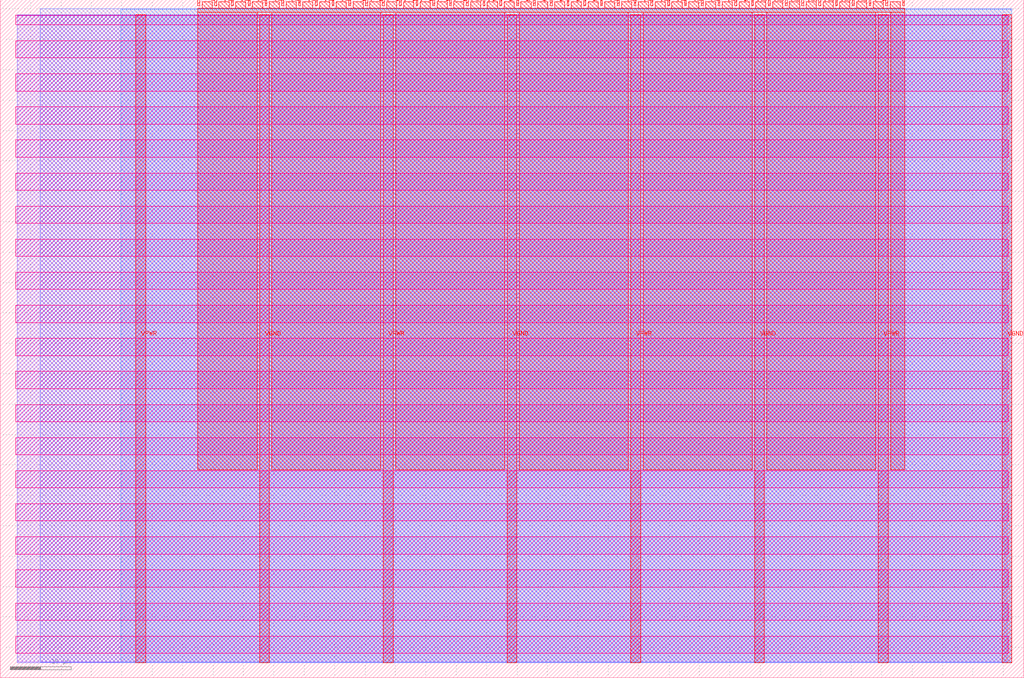
<source format=lef>
VERSION 5.7 ;
  NOWIREEXTENSIONATPIN ON ;
  DIVIDERCHAR "/" ;
  BUSBITCHARS "[]" ;
MACRO tt_um_mvm_dup
  CLASS BLOCK ;
  FOREIGN tt_um_mvm_dup ;
  ORIGIN 0.000 0.000 ;
  SIZE 168.360 BY 111.520 ;
  PIN VGND
    DIRECTION INOUT ;
    USE GROUND ;
    PORT
      LAYER met4 ;
        RECT 42.670 2.480 44.270 109.040 ;
    END
    PORT
      LAYER met4 ;
        RECT 83.380 2.480 84.980 109.040 ;
    END
    PORT
      LAYER met4 ;
        RECT 124.090 2.480 125.690 109.040 ;
    END
    PORT
      LAYER met4 ;
        RECT 164.800 2.480 166.400 109.040 ;
    END
  END VGND
  PIN VPWR
    DIRECTION INOUT ;
    USE POWER ;
    PORT
      LAYER met4 ;
        RECT 22.315 2.480 23.915 109.040 ;
    END
    PORT
      LAYER met4 ;
        RECT 63.025 2.480 64.625 109.040 ;
    END
    PORT
      LAYER met4 ;
        RECT 103.735 2.480 105.335 109.040 ;
    END
    PORT
      LAYER met4 ;
        RECT 144.445 2.480 146.045 109.040 ;
    END
  END VPWR
  PIN clk
    DIRECTION INPUT ;
    USE SIGNAL ;
    ANTENNAGATEAREA 0.852000 ;
    PORT
      LAYER met4 ;
        RECT 145.670 110.520 145.970 111.520 ;
    END
  END clk
  PIN ena
    DIRECTION INPUT ;
    USE SIGNAL ;
    ANTENNAGATEAREA 0.196500 ;
    PORT
      LAYER met4 ;
        RECT 148.430 110.520 148.730 111.520 ;
    END
  END ena
  PIN rst_n
    DIRECTION INPUT ;
    USE SIGNAL ;
    ANTENNAGATEAREA 0.196500 ;
    PORT
      LAYER met4 ;
        RECT 142.910 110.520 143.210 111.520 ;
    END
  END rst_n
  PIN ui_in[0]
    DIRECTION INPUT ;
    USE SIGNAL ;
    ANTENNAGATEAREA 0.159000 ;
    PORT
      LAYER met4 ;
        RECT 140.150 110.520 140.450 111.520 ;
    END
  END ui_in[0]
  PIN ui_in[1]
    DIRECTION INPUT ;
    USE SIGNAL ;
    ANTENNAGATEAREA 0.159000 ;
    PORT
      LAYER met4 ;
        RECT 137.390 110.520 137.690 111.520 ;
    END
  END ui_in[1]
  PIN ui_in[2]
    DIRECTION INPUT ;
    USE SIGNAL ;
    ANTENNAGATEAREA 0.159000 ;
    PORT
      LAYER met4 ;
        RECT 134.630 110.520 134.930 111.520 ;
    END
  END ui_in[2]
  PIN ui_in[3]
    DIRECTION INPUT ;
    USE SIGNAL ;
    ANTENNAGATEAREA 0.159000 ;
    PORT
      LAYER met4 ;
        RECT 131.870 110.520 132.170 111.520 ;
    END
  END ui_in[3]
  PIN ui_in[4]
    DIRECTION INPUT ;
    USE SIGNAL ;
    ANTENNAGATEAREA 0.159000 ;
    PORT
      LAYER met4 ;
        RECT 129.110 110.520 129.410 111.520 ;
    END
  END ui_in[4]
  PIN ui_in[5]
    DIRECTION INPUT ;
    USE SIGNAL ;
    ANTENNAGATEAREA 0.159000 ;
    PORT
      LAYER met4 ;
        RECT 126.350 110.520 126.650 111.520 ;
    END
  END ui_in[5]
  PIN ui_in[6]
    DIRECTION INPUT ;
    USE SIGNAL ;
    ANTENNAGATEAREA 0.159000 ;
    PORT
      LAYER met4 ;
        RECT 123.590 110.520 123.890 111.520 ;
    END
  END ui_in[6]
  PIN ui_in[7]
    DIRECTION INPUT ;
    USE SIGNAL ;
    ANTENNAGATEAREA 0.159000 ;
    PORT
      LAYER met4 ;
        RECT 120.830 110.520 121.130 111.520 ;
    END
  END ui_in[7]
  PIN uio_in[0]
    DIRECTION INPUT ;
    USE SIGNAL ;
    PORT
      LAYER met4 ;
        RECT 118.070 110.520 118.370 111.520 ;
    END
  END uio_in[0]
  PIN uio_in[1]
    DIRECTION INPUT ;
    USE SIGNAL ;
    PORT
      LAYER met4 ;
        RECT 115.310 110.520 115.610 111.520 ;
    END
  END uio_in[1]
  PIN uio_in[2]
    DIRECTION INPUT ;
    USE SIGNAL ;
    ANTENNAGATEAREA 0.196500 ;
    PORT
      LAYER met4 ;
        RECT 112.550 110.520 112.850 111.520 ;
    END
  END uio_in[2]
  PIN uio_in[3]
    DIRECTION INPUT ;
    USE SIGNAL ;
    ANTENNAGATEAREA 0.126000 ;
    PORT
      LAYER met4 ;
        RECT 109.790 110.520 110.090 111.520 ;
    END
  END uio_in[3]
  PIN uio_in[4]
    DIRECTION INPUT ;
    USE SIGNAL ;
    ANTENNAGATEAREA 0.159000 ;
    PORT
      LAYER met4 ;
        RECT 107.030 110.520 107.330 111.520 ;
    END
  END uio_in[4]
  PIN uio_in[5]
    DIRECTION INPUT ;
    USE SIGNAL ;
    ANTENNAGATEAREA 0.159000 ;
    PORT
      LAYER met4 ;
        RECT 104.270 110.520 104.570 111.520 ;
    END
  END uio_in[5]
  PIN uio_in[6]
    DIRECTION INPUT ;
    USE SIGNAL ;
    ANTENNAGATEAREA 0.159000 ;
    PORT
      LAYER met4 ;
        RECT 101.510 110.520 101.810 111.520 ;
    END
  END uio_in[6]
  PIN uio_in[7]
    DIRECTION INPUT ;
    USE SIGNAL ;
    ANTENNAGATEAREA 0.159000 ;
    PORT
      LAYER met4 ;
        RECT 98.750 110.520 99.050 111.520 ;
    END
  END uio_in[7]
  PIN uio_oe[0]
    DIRECTION OUTPUT TRISTATE ;
    USE SIGNAL ;
    PORT
      LAYER met4 ;
        RECT 51.830 110.520 52.130 111.520 ;
    END
  END uio_oe[0]
  PIN uio_oe[1]
    DIRECTION OUTPUT TRISTATE ;
    USE SIGNAL ;
    PORT
      LAYER met4 ;
        RECT 49.070 110.520 49.370 111.520 ;
    END
  END uio_oe[1]
  PIN uio_oe[2]
    DIRECTION OUTPUT TRISTATE ;
    USE SIGNAL ;
    PORT
      LAYER met4 ;
        RECT 46.310 110.520 46.610 111.520 ;
    END
  END uio_oe[2]
  PIN uio_oe[3]
    DIRECTION OUTPUT TRISTATE ;
    USE SIGNAL ;
    PORT
      LAYER met4 ;
        RECT 43.550 110.520 43.850 111.520 ;
    END
  END uio_oe[3]
  PIN uio_oe[4]
    DIRECTION OUTPUT TRISTATE ;
    USE SIGNAL ;
    PORT
      LAYER met4 ;
        RECT 40.790 110.520 41.090 111.520 ;
    END
  END uio_oe[4]
  PIN uio_oe[5]
    DIRECTION OUTPUT TRISTATE ;
    USE SIGNAL ;
    PORT
      LAYER met4 ;
        RECT 38.030 110.520 38.330 111.520 ;
    END
  END uio_oe[5]
  PIN uio_oe[6]
    DIRECTION OUTPUT TRISTATE ;
    USE SIGNAL ;
    PORT
      LAYER met4 ;
        RECT 35.270 110.520 35.570 111.520 ;
    END
  END uio_oe[6]
  PIN uio_oe[7]
    DIRECTION OUTPUT TRISTATE ;
    USE SIGNAL ;
    PORT
      LAYER met4 ;
        RECT 32.510 110.520 32.810 111.520 ;
    END
  END uio_oe[7]
  PIN uio_out[0]
    DIRECTION OUTPUT TRISTATE ;
    USE SIGNAL ;
    ANTENNADIFFAREA 0.795200 ;
    PORT
      LAYER met4 ;
        RECT 73.910 110.520 74.210 111.520 ;
    END
  END uio_out[0]
  PIN uio_out[1]
    DIRECTION OUTPUT TRISTATE ;
    USE SIGNAL ;
    ANTENNADIFFAREA 0.795200 ;
    PORT
      LAYER met4 ;
        RECT 71.150 110.520 71.450 111.520 ;
    END
  END uio_out[1]
  PIN uio_out[2]
    DIRECTION OUTPUT TRISTATE ;
    USE SIGNAL ;
    PORT
      LAYER met4 ;
        RECT 68.390 110.520 68.690 111.520 ;
    END
  END uio_out[2]
  PIN uio_out[3]
    DIRECTION OUTPUT TRISTATE ;
    USE SIGNAL ;
    PORT
      LAYER met4 ;
        RECT 65.630 110.520 65.930 111.520 ;
    END
  END uio_out[3]
  PIN uio_out[4]
    DIRECTION OUTPUT TRISTATE ;
    USE SIGNAL ;
    PORT
      LAYER met4 ;
        RECT 62.870 110.520 63.170 111.520 ;
    END
  END uio_out[4]
  PIN uio_out[5]
    DIRECTION OUTPUT TRISTATE ;
    USE SIGNAL ;
    PORT
      LAYER met4 ;
        RECT 60.110 110.520 60.410 111.520 ;
    END
  END uio_out[5]
  PIN uio_out[6]
    DIRECTION OUTPUT TRISTATE ;
    USE SIGNAL ;
    PORT
      LAYER met4 ;
        RECT 57.350 110.520 57.650 111.520 ;
    END
  END uio_out[6]
  PIN uio_out[7]
    DIRECTION OUTPUT TRISTATE ;
    USE SIGNAL ;
    PORT
      LAYER met4 ;
        RECT 54.590 110.520 54.890 111.520 ;
    END
  END uio_out[7]
  PIN uo_out[0]
    DIRECTION OUTPUT TRISTATE ;
    USE SIGNAL ;
    ANTENNAGATEAREA 0.126000 ;
    ANTENNADIFFAREA 0.891000 ;
    PORT
      LAYER met4 ;
        RECT 95.990 110.520 96.290 111.520 ;
    END
  END uo_out[0]
  PIN uo_out[1]
    DIRECTION OUTPUT TRISTATE ;
    USE SIGNAL ;
    ANTENNAGATEAREA 0.126000 ;
    ANTENNADIFFAREA 0.891000 ;
    PORT
      LAYER met4 ;
        RECT 93.230 110.520 93.530 111.520 ;
    END
  END uo_out[1]
  PIN uo_out[2]
    DIRECTION OUTPUT TRISTATE ;
    USE SIGNAL ;
    ANTENNAGATEAREA 0.126000 ;
    ANTENNADIFFAREA 0.445500 ;
    PORT
      LAYER met4 ;
        RECT 90.470 110.520 90.770 111.520 ;
    END
  END uo_out[2]
  PIN uo_out[3]
    DIRECTION OUTPUT TRISTATE ;
    USE SIGNAL ;
    ANTENNAGATEAREA 0.126000 ;
    ANTENNADIFFAREA 0.891000 ;
    PORT
      LAYER met4 ;
        RECT 87.710 110.520 88.010 111.520 ;
    END
  END uo_out[3]
  PIN uo_out[4]
    DIRECTION OUTPUT TRISTATE ;
    USE SIGNAL ;
    ANTENNAGATEAREA 0.126000 ;
    ANTENNADIFFAREA 0.445500 ;
    PORT
      LAYER met4 ;
        RECT 84.950 110.520 85.250 111.520 ;
    END
  END uo_out[4]
  PIN uo_out[5]
    DIRECTION OUTPUT TRISTATE ;
    USE SIGNAL ;
    ANTENNAGATEAREA 0.126000 ;
    ANTENNADIFFAREA 0.891000 ;
    PORT
      LAYER met4 ;
        RECT 82.190 110.520 82.490 111.520 ;
    END
  END uo_out[5]
  PIN uo_out[6]
    DIRECTION OUTPUT TRISTATE ;
    USE SIGNAL ;
    ANTENNAGATEAREA 0.126000 ;
    ANTENNADIFFAREA 0.891000 ;
    PORT
      LAYER met4 ;
        RECT 79.430 110.520 79.730 111.520 ;
    END
  END uo_out[6]
  PIN uo_out[7]
    DIRECTION OUTPUT TRISTATE ;
    USE SIGNAL ;
    ANTENNAGATEAREA 0.126000 ;
    ANTENNADIFFAREA 0.891000 ;
    PORT
      LAYER met4 ;
        RECT 76.670 110.520 76.970 111.520 ;
    END
  END uo_out[7]
  OBS
      LAYER nwell ;
        RECT 2.570 107.385 165.790 108.990 ;
        RECT 2.570 101.945 165.790 104.775 ;
        RECT 2.570 96.505 165.790 99.335 ;
        RECT 2.570 91.065 165.790 93.895 ;
        RECT 2.570 85.625 165.790 88.455 ;
        RECT 2.570 80.185 165.790 83.015 ;
        RECT 2.570 74.745 165.790 77.575 ;
        RECT 2.570 69.305 165.790 72.135 ;
        RECT 2.570 63.865 165.790 66.695 ;
        RECT 2.570 58.425 165.790 61.255 ;
        RECT 2.570 52.985 165.790 55.815 ;
        RECT 2.570 47.545 165.790 50.375 ;
        RECT 2.570 42.105 165.790 44.935 ;
        RECT 2.570 36.665 165.790 39.495 ;
        RECT 2.570 31.225 165.790 34.055 ;
        RECT 2.570 25.785 165.790 28.615 ;
        RECT 2.570 20.345 165.790 23.175 ;
        RECT 2.570 14.905 165.790 17.735 ;
        RECT 2.570 9.465 165.790 12.295 ;
        RECT 2.570 4.025 165.790 6.855 ;
      LAYER li1 ;
        RECT 2.760 2.635 165.600 108.885 ;
      LAYER met1 ;
        RECT 2.760 2.480 166.400 109.040 ;
      LAYER met2 ;
        RECT 6.540 2.535 166.370 110.005 ;
      LAYER met3 ;
        RECT 19.845 2.555 166.390 109.985 ;
      LAYER met4 ;
        RECT 33.210 110.120 34.870 111.170 ;
        RECT 35.970 110.120 37.630 111.170 ;
        RECT 38.730 110.120 40.390 111.170 ;
        RECT 41.490 110.120 43.150 111.170 ;
        RECT 44.250 110.120 45.910 111.170 ;
        RECT 47.010 110.120 48.670 111.170 ;
        RECT 49.770 110.120 51.430 111.170 ;
        RECT 52.530 110.120 54.190 111.170 ;
        RECT 55.290 110.120 56.950 111.170 ;
        RECT 58.050 110.120 59.710 111.170 ;
        RECT 60.810 110.120 62.470 111.170 ;
        RECT 63.570 110.120 65.230 111.170 ;
        RECT 66.330 110.120 67.990 111.170 ;
        RECT 69.090 110.120 70.750 111.170 ;
        RECT 71.850 110.120 73.510 111.170 ;
        RECT 74.610 110.120 76.270 111.170 ;
        RECT 77.370 110.120 79.030 111.170 ;
        RECT 80.130 110.120 81.790 111.170 ;
        RECT 82.890 110.120 84.550 111.170 ;
        RECT 85.650 110.120 87.310 111.170 ;
        RECT 88.410 110.120 90.070 111.170 ;
        RECT 91.170 110.120 92.830 111.170 ;
        RECT 93.930 110.120 95.590 111.170 ;
        RECT 96.690 110.120 98.350 111.170 ;
        RECT 99.450 110.120 101.110 111.170 ;
        RECT 102.210 110.120 103.870 111.170 ;
        RECT 104.970 110.120 106.630 111.170 ;
        RECT 107.730 110.120 109.390 111.170 ;
        RECT 110.490 110.120 112.150 111.170 ;
        RECT 113.250 110.120 114.910 111.170 ;
        RECT 116.010 110.120 117.670 111.170 ;
        RECT 118.770 110.120 120.430 111.170 ;
        RECT 121.530 110.120 123.190 111.170 ;
        RECT 124.290 110.120 125.950 111.170 ;
        RECT 127.050 110.120 128.710 111.170 ;
        RECT 129.810 110.120 131.470 111.170 ;
        RECT 132.570 110.120 134.230 111.170 ;
        RECT 135.330 110.120 136.990 111.170 ;
        RECT 138.090 110.120 139.750 111.170 ;
        RECT 140.850 110.120 142.510 111.170 ;
        RECT 143.610 110.120 145.270 111.170 ;
        RECT 146.370 110.120 148.030 111.170 ;
        RECT 32.495 109.440 148.745 110.120 ;
        RECT 32.495 34.175 42.270 109.440 ;
        RECT 44.670 34.175 62.625 109.440 ;
        RECT 65.025 34.175 82.980 109.440 ;
        RECT 85.380 34.175 103.335 109.440 ;
        RECT 105.735 34.175 123.690 109.440 ;
        RECT 126.090 34.175 144.045 109.440 ;
        RECT 146.445 34.175 148.745 109.440 ;
  END
END tt_um_mvm_dup
END LIBRARY


</source>
